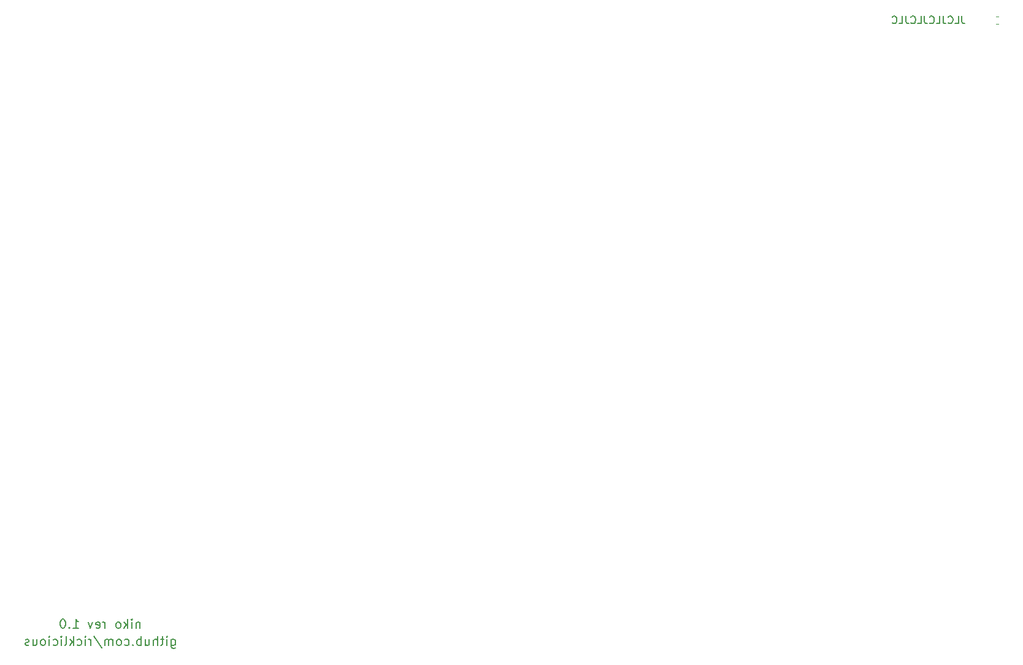
<source format=gbr>
G04 #@! TF.GenerationSoftware,KiCad,Pcbnew,(5.1.4-0)*
G04 #@! TF.CreationDate,2021-11-04T11:37:07-05:00*
G04 #@! TF.ProjectId,top_plate,746f705f-706c-4617-9465-2e6b69636164,rev?*
G04 #@! TF.SameCoordinates,Original*
G04 #@! TF.FileFunction,Legend,Bot*
G04 #@! TF.FilePolarity,Positive*
%FSLAX46Y46*%
G04 Gerber Fmt 4.6, Leading zero omitted, Abs format (unit mm)*
G04 Created by KiCad (PCBNEW (5.1.4-0)) date 2021-11-04 11:37:07*
%MOMM*%
%LPD*%
G04 APERTURE LIST*
%ADD10C,0.150000*%
%ADD11C,0.200000*%
%ADD12C,0.120000*%
G04 APERTURE END LIST*
D10*
X316564332Y-99465090D02*
X316564332Y-100179376D01*
X316611951Y-100322233D01*
X316707189Y-100417471D01*
X316850046Y-100465090D01*
X316945285Y-100465090D01*
X315611951Y-100465090D02*
X316088142Y-100465090D01*
X316088142Y-99465090D01*
X314707189Y-100369852D02*
X314754808Y-100417471D01*
X314897665Y-100465090D01*
X314992904Y-100465090D01*
X315135761Y-100417471D01*
X315230999Y-100322233D01*
X315278618Y-100226995D01*
X315326237Y-100036519D01*
X315326237Y-99893662D01*
X315278618Y-99703186D01*
X315230999Y-99607948D01*
X315135761Y-99512710D01*
X314992904Y-99465090D01*
X314897665Y-99465090D01*
X314754808Y-99512710D01*
X314707189Y-99560329D01*
X313992904Y-99465090D02*
X313992904Y-100179376D01*
X314040523Y-100322233D01*
X314135761Y-100417471D01*
X314278618Y-100465090D01*
X314373856Y-100465090D01*
X313040523Y-100465090D02*
X313516713Y-100465090D01*
X313516713Y-99465090D01*
X312135761Y-100369852D02*
X312183380Y-100417471D01*
X312326237Y-100465090D01*
X312421475Y-100465090D01*
X312564332Y-100417471D01*
X312659570Y-100322233D01*
X312707189Y-100226995D01*
X312754808Y-100036519D01*
X312754808Y-99893662D01*
X312707189Y-99703186D01*
X312659570Y-99607948D01*
X312564332Y-99512710D01*
X312421475Y-99465090D01*
X312326237Y-99465090D01*
X312183380Y-99512710D01*
X312135761Y-99560329D01*
X311421475Y-99465090D02*
X311421475Y-100179376D01*
X311469094Y-100322233D01*
X311564332Y-100417471D01*
X311707189Y-100465090D01*
X311802427Y-100465090D01*
X310469094Y-100465090D02*
X310945285Y-100465090D01*
X310945285Y-99465090D01*
X309564332Y-100369852D02*
X309611951Y-100417471D01*
X309754808Y-100465090D01*
X309850046Y-100465090D01*
X309992904Y-100417471D01*
X310088142Y-100322233D01*
X310135761Y-100226995D01*
X310183380Y-100036519D01*
X310183380Y-99893662D01*
X310135761Y-99703186D01*
X310088142Y-99607948D01*
X309992904Y-99512710D01*
X309850046Y-99465090D01*
X309754808Y-99465090D01*
X309611951Y-99512710D01*
X309564332Y-99560329D01*
X308850046Y-99465090D02*
X308850046Y-100179376D01*
X308897665Y-100322233D01*
X308992904Y-100417471D01*
X309135761Y-100465090D01*
X309230999Y-100465090D01*
X307897665Y-100465090D02*
X308373856Y-100465090D01*
X308373856Y-99465090D01*
X306992904Y-100369852D02*
X307040523Y-100417471D01*
X307183380Y-100465090D01*
X307278618Y-100465090D01*
X307421475Y-100417471D01*
X307516713Y-100322233D01*
X307564332Y-100226995D01*
X307611951Y-100036519D01*
X307611951Y-99893662D01*
X307564332Y-99703186D01*
X307516713Y-99607948D01*
X307421475Y-99512710D01*
X307278618Y-99465090D01*
X307183380Y-99465090D01*
X307040523Y-99512710D01*
X306992904Y-99560329D01*
D11*
X207436951Y-185469852D02*
X207436951Y-186481757D01*
X207496475Y-186600805D01*
X207555999Y-186660329D01*
X207675046Y-186719852D01*
X207853618Y-186719852D01*
X207972665Y-186660329D01*
X207436951Y-186243662D02*
X207555999Y-186303186D01*
X207794094Y-186303186D01*
X207913142Y-186243662D01*
X207972665Y-186184138D01*
X208032189Y-186065090D01*
X208032189Y-185707948D01*
X207972665Y-185588900D01*
X207913142Y-185529376D01*
X207794094Y-185469852D01*
X207555999Y-185469852D01*
X207436951Y-185529376D01*
X206841713Y-186303186D02*
X206841713Y-185469852D01*
X206841713Y-185053186D02*
X206901237Y-185112710D01*
X206841713Y-185172233D01*
X206782189Y-185112710D01*
X206841713Y-185053186D01*
X206841713Y-185172233D01*
X206425046Y-185469852D02*
X205948856Y-185469852D01*
X206246475Y-185053186D02*
X206246475Y-186124614D01*
X206186951Y-186243662D01*
X206067904Y-186303186D01*
X205948856Y-186303186D01*
X205532189Y-186303186D02*
X205532189Y-185053186D01*
X204996475Y-186303186D02*
X204996475Y-185648424D01*
X205055999Y-185529376D01*
X205175046Y-185469852D01*
X205353618Y-185469852D01*
X205472665Y-185529376D01*
X205532189Y-185588900D01*
X203865523Y-185469852D02*
X203865523Y-186303186D01*
X204401237Y-185469852D02*
X204401237Y-186124614D01*
X204341713Y-186243662D01*
X204222665Y-186303186D01*
X204044094Y-186303186D01*
X203925046Y-186243662D01*
X203865523Y-186184138D01*
X203270285Y-186303186D02*
X203270285Y-185053186D01*
X203270285Y-185529376D02*
X203151237Y-185469852D01*
X202913142Y-185469852D01*
X202794094Y-185529376D01*
X202734570Y-185588900D01*
X202675046Y-185707948D01*
X202675046Y-186065090D01*
X202734570Y-186184138D01*
X202794094Y-186243662D01*
X202913142Y-186303186D01*
X203151237Y-186303186D01*
X203270285Y-186243662D01*
X202139332Y-186184138D02*
X202079808Y-186243662D01*
X202139332Y-186303186D01*
X202198856Y-186243662D01*
X202139332Y-186184138D01*
X202139332Y-186303186D01*
X201008380Y-186243662D02*
X201127427Y-186303186D01*
X201365523Y-186303186D01*
X201484570Y-186243662D01*
X201544094Y-186184138D01*
X201603618Y-186065090D01*
X201603618Y-185707948D01*
X201544094Y-185588900D01*
X201484570Y-185529376D01*
X201365523Y-185469852D01*
X201127427Y-185469852D01*
X201008380Y-185529376D01*
X200294094Y-186303186D02*
X200413142Y-186243662D01*
X200472665Y-186184138D01*
X200532189Y-186065090D01*
X200532189Y-185707948D01*
X200472665Y-185588900D01*
X200413142Y-185529376D01*
X200294094Y-185469852D01*
X200115523Y-185469852D01*
X199996475Y-185529376D01*
X199936951Y-185588900D01*
X199877427Y-185707948D01*
X199877427Y-186065090D01*
X199936951Y-186184138D01*
X199996475Y-186243662D01*
X200115523Y-186303186D01*
X200294094Y-186303186D01*
X199341713Y-186303186D02*
X199341713Y-185469852D01*
X199341713Y-185588900D02*
X199282189Y-185529376D01*
X199163142Y-185469852D01*
X198984570Y-185469852D01*
X198865523Y-185529376D01*
X198805999Y-185648424D01*
X198805999Y-186303186D01*
X198805999Y-185648424D02*
X198746475Y-185529376D01*
X198627427Y-185469852D01*
X198448856Y-185469852D01*
X198329808Y-185529376D01*
X198270285Y-185648424D01*
X198270285Y-186303186D01*
X196782189Y-184993662D02*
X197853618Y-186600805D01*
X196365523Y-186303186D02*
X196365523Y-185469852D01*
X196365523Y-185707948D02*
X196305999Y-185588900D01*
X196246475Y-185529376D01*
X196127427Y-185469852D01*
X196008380Y-185469852D01*
X195591713Y-186303186D02*
X195591713Y-185469852D01*
X195591713Y-185053186D02*
X195651237Y-185112710D01*
X195591713Y-185172233D01*
X195532189Y-185112710D01*
X195591713Y-185053186D01*
X195591713Y-185172233D01*
X194460761Y-186243662D02*
X194579808Y-186303186D01*
X194817904Y-186303186D01*
X194936951Y-186243662D01*
X194996475Y-186184138D01*
X195055999Y-186065090D01*
X195055999Y-185707948D01*
X194996475Y-185588900D01*
X194936951Y-185529376D01*
X194817904Y-185469852D01*
X194579808Y-185469852D01*
X194460761Y-185529376D01*
X193925046Y-186303186D02*
X193925046Y-185053186D01*
X193805999Y-185826995D02*
X193448856Y-186303186D01*
X193448856Y-185469852D02*
X193925046Y-185946043D01*
X192734570Y-186303186D02*
X192853618Y-186243662D01*
X192913142Y-186124614D01*
X192913142Y-185053186D01*
X192258380Y-186303186D02*
X192258380Y-185469852D01*
X192258380Y-185053186D02*
X192317904Y-185112710D01*
X192258380Y-185172233D01*
X192198856Y-185112710D01*
X192258380Y-185053186D01*
X192258380Y-185172233D01*
X191127427Y-186243662D02*
X191246475Y-186303186D01*
X191484570Y-186303186D01*
X191603618Y-186243662D01*
X191663142Y-186184138D01*
X191722665Y-186065090D01*
X191722665Y-185707948D01*
X191663142Y-185588900D01*
X191603618Y-185529376D01*
X191484570Y-185469852D01*
X191246475Y-185469852D01*
X191127427Y-185529376D01*
X190591713Y-186303186D02*
X190591713Y-185469852D01*
X190591713Y-185053186D02*
X190651237Y-185112710D01*
X190591713Y-185172233D01*
X190532189Y-185112710D01*
X190591713Y-185053186D01*
X190591713Y-185172233D01*
X189817904Y-186303186D02*
X189936951Y-186243662D01*
X189996475Y-186184138D01*
X190055999Y-186065090D01*
X190055999Y-185707948D01*
X189996475Y-185588900D01*
X189936951Y-185529376D01*
X189817904Y-185469852D01*
X189639332Y-185469852D01*
X189520285Y-185529376D01*
X189460761Y-185588900D01*
X189401237Y-185707948D01*
X189401237Y-186065090D01*
X189460761Y-186184138D01*
X189520285Y-186243662D01*
X189639332Y-186303186D01*
X189817904Y-186303186D01*
X188329808Y-185469852D02*
X188329808Y-186303186D01*
X188865523Y-185469852D02*
X188865523Y-186124614D01*
X188805999Y-186243662D01*
X188686951Y-186303186D01*
X188508380Y-186303186D01*
X188389332Y-186243662D01*
X188329808Y-186184138D01*
X187794094Y-186243662D02*
X187675046Y-186303186D01*
X187436951Y-186303186D01*
X187317904Y-186243662D01*
X187258380Y-186124614D01*
X187258380Y-186065090D01*
X187317904Y-185946043D01*
X187436951Y-185886519D01*
X187615523Y-185886519D01*
X187734570Y-185826995D01*
X187794094Y-185707948D01*
X187794094Y-185648424D01*
X187734570Y-185529376D01*
X187615523Y-185469852D01*
X187436951Y-185469852D01*
X187317904Y-185529376D01*
X203121475Y-183088602D02*
X203121475Y-183921936D01*
X203121475Y-183207650D02*
X203061951Y-183148126D01*
X202942904Y-183088602D01*
X202764332Y-183088602D01*
X202645285Y-183148126D01*
X202585761Y-183267174D01*
X202585761Y-183921936D01*
X201990523Y-183921936D02*
X201990523Y-183088602D01*
X201990523Y-182671936D02*
X202050046Y-182731460D01*
X201990523Y-182790983D01*
X201930999Y-182731460D01*
X201990523Y-182671936D01*
X201990523Y-182790983D01*
X201395285Y-183921936D02*
X201395285Y-182671936D01*
X201276237Y-183445745D02*
X200919094Y-183921936D01*
X200919094Y-183088602D02*
X201395285Y-183564793D01*
X200204808Y-183921936D02*
X200323856Y-183862412D01*
X200383380Y-183802888D01*
X200442904Y-183683840D01*
X200442904Y-183326698D01*
X200383380Y-183207650D01*
X200323856Y-183148126D01*
X200204808Y-183088602D01*
X200026237Y-183088602D01*
X199907189Y-183148126D01*
X199847665Y-183207650D01*
X199788142Y-183326698D01*
X199788142Y-183683840D01*
X199847665Y-183802888D01*
X199907189Y-183862412D01*
X200026237Y-183921936D01*
X200204808Y-183921936D01*
X198300046Y-183921936D02*
X198300046Y-183088602D01*
X198300046Y-183326698D02*
X198240523Y-183207650D01*
X198180999Y-183148126D01*
X198061951Y-183088602D01*
X197942904Y-183088602D01*
X197050046Y-183862412D02*
X197169094Y-183921936D01*
X197407189Y-183921936D01*
X197526237Y-183862412D01*
X197585761Y-183743364D01*
X197585761Y-183267174D01*
X197526237Y-183148126D01*
X197407189Y-183088602D01*
X197169094Y-183088602D01*
X197050046Y-183148126D01*
X196990523Y-183267174D01*
X196990523Y-183386221D01*
X197585761Y-183505269D01*
X196573856Y-183088602D02*
X196276237Y-183921936D01*
X195978618Y-183088602D01*
X193895285Y-183921936D02*
X194609570Y-183921936D01*
X194252427Y-183921936D02*
X194252427Y-182671936D01*
X194371475Y-182850507D01*
X194490523Y-182969555D01*
X194609570Y-183029079D01*
X193359570Y-183802888D02*
X193300046Y-183862412D01*
X193359570Y-183921936D01*
X193419094Y-183862412D01*
X193359570Y-183802888D01*
X193359570Y-183921936D01*
X192526237Y-182671936D02*
X192407189Y-182671936D01*
X192288142Y-182731460D01*
X192228618Y-182790983D01*
X192169094Y-182910031D01*
X192109570Y-183148126D01*
X192109570Y-183445745D01*
X192169094Y-183683840D01*
X192228618Y-183802888D01*
X192288142Y-183862412D01*
X192407189Y-183921936D01*
X192526237Y-183921936D01*
X192645285Y-183862412D01*
X192704808Y-183802888D01*
X192764332Y-183683840D01*
X192823856Y-183445745D01*
X192823856Y-183148126D01*
X192764332Y-182910031D01*
X192704808Y-182790983D01*
X192645285Y-182731460D01*
X192526237Y-182671936D01*
D12*
X321641552Y-100522710D02*
X321299018Y-100522710D01*
X321641552Y-99502710D02*
X321299018Y-99502710D01*
M02*

</source>
